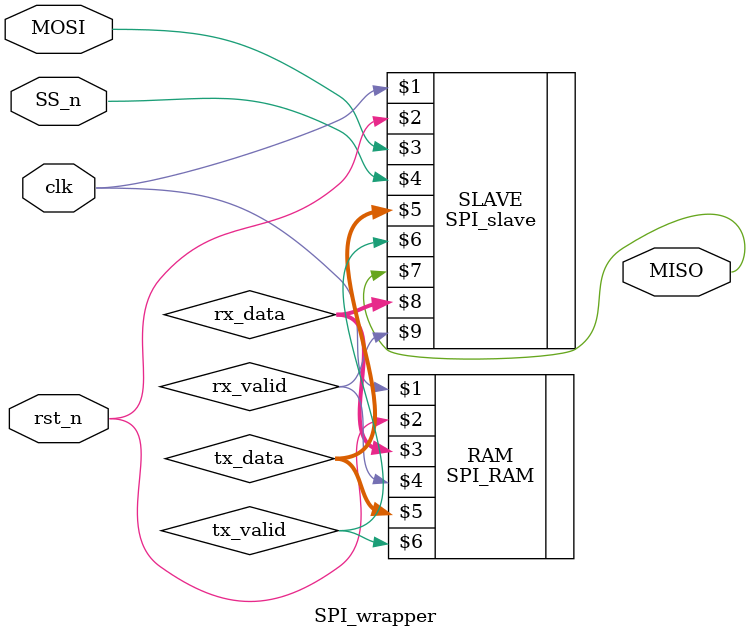
<source format=v>
module SPI_wrapper(
    input clk,
    input rst_n,

    input MOSI,
    input SS_n,

    output MISO
  );
  
  // IP -> slave, OP -> ram 
  wire [7:0] tx_data;  
  // IP -> slave, OP -> ram
  wire tx_valid;
  // OP -> slave, IP -> ram
  wire [9:0] rx_data;
  // OP -> slave, IP -> ram
  wire rx_valid;

  SPI_slave SLAVE (clk, rst_n, MOSI, SS_n, tx_data, tx_valid, MISO, rx_data, rx_valid);
  SPI_RAM RAM (clk, rst_n, rx_data, rx_valid, tx_data, tx_valid);  


endmodule : SPI_wrapper
</source>
